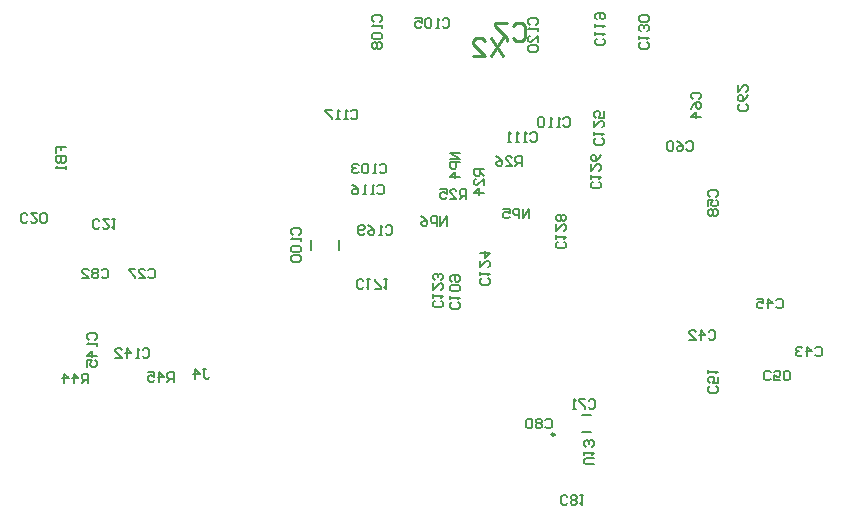
<source format=gbo>
G04*
G04 #@! TF.GenerationSoftware,Altium Limited,Altium Designer,21.5.1 (32)*
G04*
G04 Layer_Color=32896*
%FSLAX25Y25*%
%MOIN*%
G70*
G04*
G04 #@! TF.SameCoordinates,2FE26025-303F-4DC1-B2D2-7F731E1EADFF*
G04*
G04*
G04 #@! TF.FilePolarity,Positive*
G04*
G01*
G75*
%ADD10C,0.00984*%
%ADD12C,0.01000*%
%ADD13C,0.00600*%
%ADD15C,0.00787*%
D10*
X283587Y95780D02*
G03*
X283587Y95780I-492J0D01*
G01*
D12*
X269801Y232098D02*
X270801Y233098D01*
X272800D01*
X273800Y232098D01*
Y228100D01*
X272800Y227100D01*
X270801D01*
X269801Y228100D01*
X267802Y233098D02*
X263803D01*
Y232098D01*
X267802Y228100D01*
Y227100D01*
X266400Y228098D02*
X262401Y222100D01*
Y228098D02*
X266400Y222100D01*
X256403D02*
X260402D01*
X256403Y226099D01*
Y227098D01*
X257403Y228098D01*
X259402D01*
X260402Y227098D01*
D13*
X117401Y189600D02*
Y191732D01*
X119000D01*
Y190666D01*
Y191732D01*
X120599D01*
X117401Y188533D02*
X120599D01*
Y186934D01*
X120066Y186400D01*
X119533D01*
X119000Y186934D01*
Y188533D01*
Y186934D01*
X118467Y186400D01*
X117934D01*
X117401Y186934D01*
Y188533D01*
X120599Y185334D02*
Y184268D01*
Y184801D01*
X117401D01*
X117934Y185334D01*
X132633Y150566D02*
X133166Y151100D01*
X134232D01*
X134765Y150566D01*
Y148434D01*
X134232Y147900D01*
X133166D01*
X132633Y148434D01*
X131566Y150566D02*
X131033Y151100D01*
X129967D01*
X129434Y150566D01*
Y150033D01*
X129967Y149500D01*
X129434Y148967D01*
Y148434D01*
X129967Y147900D01*
X131033D01*
X131566Y148434D01*
Y148967D01*
X131033Y149500D01*
X131566Y150033D01*
Y150566D01*
X131033Y149500D02*
X129967D01*
X126235Y147900D02*
X128367D01*
X126235Y150033D01*
Y150566D01*
X126768Y151100D01*
X127834D01*
X128367Y150566D01*
X107867Y166934D02*
X107334Y166401D01*
X106268D01*
X105735Y166934D01*
Y169066D01*
X106268Y169599D01*
X107334D01*
X107867Y169066D01*
X111066Y169599D02*
X108934D01*
X111066Y167467D01*
Y166934D01*
X110533Y166401D01*
X109467D01*
X108934Y166934D01*
X112133D02*
X112666Y166401D01*
X113732D01*
X114265Y166934D01*
Y169066D01*
X113732Y169599D01*
X112666D01*
X112133Y169066D01*
Y166934D01*
X148133Y150566D02*
X148666Y151100D01*
X149732D01*
X150265Y150566D01*
Y148434D01*
X149732Y147900D01*
X148666D01*
X148133Y148434D01*
X144934Y147900D02*
X147066D01*
X144934Y150033D01*
Y150566D01*
X145467Y151100D01*
X146533D01*
X147066Y150566D01*
X143867Y151100D02*
X141735D01*
Y150566D01*
X143867Y148434D01*
Y147900D01*
X131901Y164934D02*
X131367Y164400D01*
X130301D01*
X129768Y164934D01*
Y167066D01*
X130301Y167599D01*
X131367D01*
X131901Y167066D01*
X135099Y167599D02*
X132967D01*
X135099Y165467D01*
Y164934D01*
X134566Y164400D01*
X133500D01*
X132967Y164934D01*
X136166Y167599D02*
X137232D01*
X136699D01*
Y164400D01*
X136166Y164934D01*
X296600Y85875D02*
X293934D01*
X293401Y86409D01*
Y87475D01*
X293934Y88008D01*
X296600D01*
X293401Y89074D02*
Y90141D01*
Y89607D01*
X296600D01*
X296066Y89074D01*
Y91740D02*
X296600Y92273D01*
Y93340D01*
X296066Y93873D01*
X295533D01*
X295000Y93340D01*
Y92806D01*
Y93340D01*
X294467Y93873D01*
X293934D01*
X293401Y93340D01*
Y92273D01*
X293934Y91740D01*
X219883Y144934D02*
X219350Y144401D01*
X218284D01*
X217751Y144934D01*
Y147066D01*
X218284Y147599D01*
X219350D01*
X219883Y147066D01*
X220950Y147599D02*
X222016D01*
X221483D01*
Y144401D01*
X220950Y144934D01*
X223615Y144401D02*
X225748D01*
Y144934D01*
X223615Y147066D01*
Y147599D01*
X226814D02*
X227881D01*
X227347D01*
Y144401D01*
X226814Y144934D01*
X227281Y165066D02*
X227814Y165600D01*
X228881D01*
X229414Y165066D01*
Y162934D01*
X228881Y162400D01*
X227814D01*
X227281Y162934D01*
X226215Y162400D02*
X225148D01*
X225682D01*
Y165600D01*
X226215Y165066D01*
X221416Y165600D02*
X222483Y165066D01*
X223549Y164000D01*
Y162934D01*
X223016Y162400D01*
X221950D01*
X221416Y162934D01*
Y163467D01*
X221950Y164000D01*
X223549D01*
X220350Y162934D02*
X219817Y162400D01*
X218751D01*
X218217Y162934D01*
Y165066D01*
X218751Y165600D01*
X219817D01*
X220350Y165066D01*
Y164533D01*
X219817Y164000D01*
X218217D01*
X156581Y113400D02*
Y116600D01*
X154981D01*
X154448Y116066D01*
Y115000D01*
X154981Y114467D01*
X156581D01*
X155515D02*
X154448Y113400D01*
X151782D02*
Y116600D01*
X153382Y115000D01*
X151249D01*
X148050Y116600D02*
X150183D01*
Y115000D01*
X149117Y115533D01*
X148583D01*
X148050Y115000D01*
Y113934D01*
X148583Y113400D01*
X149650D01*
X150183Y113934D01*
X128081Y112900D02*
Y116100D01*
X126481D01*
X125948Y115566D01*
Y114500D01*
X126481Y113967D01*
X128081D01*
X127015D02*
X125948Y112900D01*
X123282D02*
Y116100D01*
X124882Y114500D01*
X122749D01*
X120083Y112900D02*
Y116100D01*
X121683Y114500D01*
X119550D01*
X272581Y185400D02*
Y188600D01*
X270981D01*
X270448Y188066D01*
Y187000D01*
X270981Y186467D01*
X272581D01*
X271515D02*
X270448Y185400D01*
X267249D02*
X269382D01*
X267249Y187533D01*
Y188066D01*
X267782Y188600D01*
X268849D01*
X269382Y188066D01*
X264050Y188600D02*
X265117Y188066D01*
X266183Y187000D01*
Y185934D01*
X265650Y185400D01*
X264583D01*
X264050Y185934D01*
Y186467D01*
X264583Y187000D01*
X266183D01*
X254081Y174400D02*
Y177600D01*
X252481D01*
X251948Y177066D01*
Y176000D01*
X252481Y175467D01*
X254081D01*
X253014D02*
X251948Y174400D01*
X248749D02*
X250882D01*
X248749Y176533D01*
Y177066D01*
X249282Y177600D01*
X250349D01*
X250882Y177066D01*
X245550Y177600D02*
X247683D01*
Y176000D01*
X246617Y176533D01*
X246083D01*
X245550Y176000D01*
Y174934D01*
X246083Y174400D01*
X247150D01*
X247683Y174934D01*
X259915Y184265D02*
X256716D01*
Y182666D01*
X257249Y182133D01*
X258315D01*
X258849Y182666D01*
Y184265D01*
Y183199D02*
X259915Y182133D01*
Y178934D02*
Y181066D01*
X257782Y178934D01*
X257249D01*
X256716Y179467D01*
Y180533D01*
X257249Y181066D01*
X259915Y176268D02*
X256716D01*
X258315Y177867D01*
Y175735D01*
X247581Y165401D02*
Y168599D01*
X245448Y165401D01*
Y168599D01*
X244382Y165401D02*
Y168599D01*
X242782D01*
X242249Y168066D01*
Y167000D01*
X242782Y166467D01*
X244382D01*
X239050Y168599D02*
X240117Y168066D01*
X241183Y167000D01*
Y165934D01*
X240650Y165401D01*
X239583D01*
X239050Y165934D01*
Y166467D01*
X239583Y167000D01*
X241183D01*
X275081Y167901D02*
Y171099D01*
X272948Y167901D01*
Y171099D01*
X271882Y167901D02*
Y171099D01*
X270282D01*
X269749Y170566D01*
Y169500D01*
X270282Y168967D01*
X271882D01*
X266550Y171099D02*
X268683D01*
Y169500D01*
X267617Y170033D01*
X267083D01*
X266550Y169500D01*
Y168434D01*
X267083Y167901D01*
X268150D01*
X268683Y168434D01*
X251915Y189765D02*
X248716D01*
X251915Y187633D01*
X248716D01*
X251915Y186566D02*
X248716D01*
Y184967D01*
X249249Y184434D01*
X250315D01*
X250849Y184967D01*
Y186566D01*
X251915Y181768D02*
X248716D01*
X250315Y183367D01*
Y181235D01*
X166349Y117599D02*
X167415D01*
X166882D01*
Y114934D01*
X167415Y114400D01*
X167948D01*
X168481Y114934D01*
X163683Y114400D02*
Y117599D01*
X165282Y116000D01*
X163150D01*
X128249Y127466D02*
X127716Y127999D01*
Y129065D01*
X128249Y129598D01*
X130382D01*
X130915Y129065D01*
Y127999D01*
X130382Y127466D01*
X130915Y126399D02*
Y125333D01*
Y125866D01*
X127716D01*
X128249Y126399D01*
X130915Y122134D02*
X127716D01*
X129315Y123733D01*
Y121601D01*
X127716Y118402D02*
Y120535D01*
X129315D01*
X128782Y119468D01*
Y118935D01*
X129315Y118402D01*
X130382D01*
X130915Y118935D01*
Y120001D01*
X130382Y120535D01*
X146281Y124066D02*
X146814Y124600D01*
X147881D01*
X148414Y124066D01*
Y121934D01*
X147881Y121400D01*
X146814D01*
X146281Y121934D01*
X145215Y121400D02*
X144148D01*
X144682D01*
Y124600D01*
X145215Y124066D01*
X140949Y121400D02*
Y124600D01*
X142549Y123000D01*
X140416D01*
X137217Y121400D02*
X139350D01*
X137217Y123533D01*
Y124066D01*
X137750Y124600D01*
X138817D01*
X139350Y124066D01*
X314382Y226534D02*
X314915Y226001D01*
Y224935D01*
X314382Y224402D01*
X312249D01*
X311716Y224935D01*
Y226001D01*
X312249Y226534D01*
X311716Y227601D02*
Y228667D01*
Y228134D01*
X314915D01*
X314382Y227601D01*
Y230267D02*
X314915Y230800D01*
Y231866D01*
X314382Y232399D01*
X313849D01*
X313316Y231866D01*
Y231333D01*
Y231866D01*
X312782Y232399D01*
X312249D01*
X311716Y231866D01*
Y230800D01*
X312249Y230267D01*
X314382Y233466D02*
X314915Y233999D01*
Y235065D01*
X314382Y235598D01*
X312249D01*
X311716Y235065D01*
Y233999D01*
X312249Y233466D01*
X314382D01*
X286882Y160034D02*
X287415Y159501D01*
Y158435D01*
X286882Y157902D01*
X284749D01*
X284216Y158435D01*
Y159501D01*
X284749Y160034D01*
X284216Y161101D02*
Y162167D01*
Y161634D01*
X287415D01*
X286882Y161101D01*
X284216Y165899D02*
Y163767D01*
X286349Y165899D01*
X286882D01*
X287415Y165366D01*
Y164300D01*
X286882Y163767D01*
Y166965D02*
X287415Y167499D01*
Y168565D01*
X286882Y169098D01*
X286349D01*
X285816Y168565D01*
X285282Y169098D01*
X284749D01*
X284216Y168565D01*
Y167499D01*
X284749Y166965D01*
X285282D01*
X285816Y167499D01*
X286349Y166965D01*
X286882D01*
X285816Y167499D02*
Y168565D01*
X298382Y180034D02*
X298915Y179501D01*
Y178435D01*
X298382Y177902D01*
X296249D01*
X295716Y178435D01*
Y179501D01*
X296249Y180034D01*
X295716Y181101D02*
Y182167D01*
Y181634D01*
X298915D01*
X298382Y181101D01*
X295716Y185899D02*
Y183767D01*
X297849Y185899D01*
X298382D01*
X298915Y185366D01*
Y184300D01*
X298382Y183767D01*
X298915Y189098D02*
X298382Y188032D01*
X297316Y186966D01*
X296249D01*
X295716Y187499D01*
Y188565D01*
X296249Y189098D01*
X296782D01*
X297316Y188565D01*
Y186966D01*
X299382Y194534D02*
X299915Y194001D01*
Y192935D01*
X299382Y192402D01*
X297249D01*
X296716Y192935D01*
Y194001D01*
X297249Y194534D01*
X296716Y195601D02*
Y196667D01*
Y196134D01*
X299915D01*
X299382Y195601D01*
X296716Y200399D02*
Y198267D01*
X298849Y200399D01*
X299382D01*
X299915Y199866D01*
Y198800D01*
X299382Y198267D01*
X299915Y203598D02*
Y201466D01*
X298316D01*
X298849Y202532D01*
Y203065D01*
X298316Y203598D01*
X297249D01*
X296716Y203065D01*
Y201999D01*
X297249Y201466D01*
X261382Y147853D02*
X261915Y147320D01*
Y146254D01*
X261382Y145721D01*
X259249D01*
X258716Y146254D01*
Y147320D01*
X259249Y147853D01*
X258716Y148920D02*
Y149986D01*
Y149453D01*
X261915D01*
X261382Y148920D01*
X258716Y153718D02*
Y151585D01*
X260849Y153718D01*
X261382D01*
X261915Y153185D01*
Y152119D01*
X261382Y151585D01*
X258716Y156384D02*
X261915D01*
X260315Y154784D01*
Y156917D01*
X245882Y140353D02*
X246415Y139820D01*
Y138754D01*
X245882Y138221D01*
X243749D01*
X243216Y138754D01*
Y139820D01*
X243749Y140353D01*
X243216Y141420D02*
Y142486D01*
Y141953D01*
X246415D01*
X245882Y141420D01*
X243216Y146218D02*
Y144086D01*
X245349Y146218D01*
X245882D01*
X246415Y145685D01*
Y144619D01*
X245882Y144086D01*
Y147284D02*
X246415Y147818D01*
Y148884D01*
X245882Y149417D01*
X245349D01*
X244815Y148884D01*
Y148351D01*
Y148884D01*
X244282Y149417D01*
X243749D01*
X243216Y148884D01*
Y147818D01*
X243749Y147284D01*
X275249Y232466D02*
X274716Y232999D01*
Y234065D01*
X275249Y234598D01*
X277382D01*
X277915Y234065D01*
Y232999D01*
X277382Y232466D01*
X277915Y231399D02*
Y230333D01*
Y230866D01*
X274716D01*
X275249Y231399D01*
X277915Y226601D02*
Y228733D01*
X275782Y226601D01*
X275249D01*
X274716Y227134D01*
Y228200D01*
X275249Y228733D01*
Y225535D02*
X274716Y225001D01*
Y223935D01*
X275249Y223402D01*
X277382D01*
X277915Y223935D01*
Y225001D01*
X277382Y225535D01*
X275249D01*
X299882Y227801D02*
X300415Y227268D01*
Y226202D01*
X299882Y225668D01*
X297749D01*
X297216Y226202D01*
Y227268D01*
X297749Y227801D01*
X297216Y228867D02*
Y229934D01*
Y229400D01*
X300415D01*
X299882Y228867D01*
X297216Y231533D02*
Y232599D01*
Y232066D01*
X300415D01*
X299882Y231533D01*
X297749Y234199D02*
X297216Y234732D01*
Y235799D01*
X297749Y236332D01*
X299882D01*
X300415Y235799D01*
Y234732D01*
X299882Y234199D01*
X299349D01*
X298815Y234732D01*
Y236332D01*
X215699Y203566D02*
X216232Y204099D01*
X217298D01*
X217832Y203566D01*
Y201434D01*
X217298Y200901D01*
X216232D01*
X215699Y201434D01*
X214633Y200901D02*
X213566D01*
X214100D01*
Y204099D01*
X214633Y203566D01*
X211967Y200901D02*
X210900D01*
X211434D01*
Y204099D01*
X211967Y203566D01*
X209301Y204099D02*
X207168D01*
Y203566D01*
X209301Y201434D01*
Y200901D01*
X224515Y178566D02*
X225048Y179100D01*
X226114D01*
X226647Y178566D01*
Y176434D01*
X226114Y175900D01*
X225048D01*
X224515Y176434D01*
X223448Y175900D02*
X222382D01*
X222915D01*
Y179100D01*
X223448Y178566D01*
X220782Y175900D02*
X219716D01*
X220249D01*
Y179100D01*
X220782Y178566D01*
X215984Y179100D02*
X217050Y178566D01*
X218117Y177500D01*
Y176434D01*
X217583Y175900D01*
X216517D01*
X215984Y176434D01*
Y176967D01*
X216517Y177500D01*
X218117D01*
X275481Y196066D02*
X276014Y196599D01*
X277081D01*
X277614Y196066D01*
Y193934D01*
X277081Y193401D01*
X276014D01*
X275481Y193934D01*
X274415Y193401D02*
X273349D01*
X273882D01*
Y196599D01*
X274415Y196066D01*
X271749Y193401D02*
X270683D01*
X271216D01*
Y196599D01*
X271749Y196066D01*
X269083Y193401D02*
X268017D01*
X268550D01*
Y196599D01*
X269083Y196066D01*
X286514Y201066D02*
X287048Y201600D01*
X288114D01*
X288647Y201066D01*
Y198934D01*
X288114Y198400D01*
X287048D01*
X286514Y198934D01*
X285448Y198400D02*
X284382D01*
X284915D01*
Y201600D01*
X285448Y201066D01*
X282782Y198400D02*
X281716D01*
X282249D01*
Y201600D01*
X282782Y201066D01*
X280117D02*
X279583Y201600D01*
X278517D01*
X277984Y201066D01*
Y198934D01*
X278517Y198400D01*
X279583D01*
X280117Y198934D01*
Y201066D01*
X251382Y139853D02*
X251915Y139320D01*
Y138254D01*
X251382Y137721D01*
X249249D01*
X248716Y138254D01*
Y139320D01*
X249249Y139853D01*
X248716Y140920D02*
Y141986D01*
Y141453D01*
X251915D01*
X251382Y140920D01*
Y143586D02*
X251915Y144119D01*
Y145185D01*
X251382Y145718D01*
X249249D01*
X248716Y145185D01*
Y144119D01*
X249249Y143586D01*
X251382D01*
X249249Y146784D02*
X248716Y147318D01*
Y148384D01*
X249249Y148917D01*
X251382D01*
X251915Y148384D01*
Y147318D01*
X251382Y146784D01*
X250849D01*
X250315Y147318D01*
Y148917D01*
X223249Y233466D02*
X222716Y233999D01*
Y235065D01*
X223249Y235598D01*
X225382D01*
X225915Y235065D01*
Y233999D01*
X225382Y233466D01*
X225915Y232399D02*
Y231333D01*
Y231866D01*
X222716D01*
X223249Y232399D01*
Y229733D02*
X222716Y229200D01*
Y228134D01*
X223249Y227601D01*
X225382D01*
X225915Y228134D01*
Y229200D01*
X225382Y229733D01*
X223249D01*
Y226535D02*
X222716Y226001D01*
Y224935D01*
X223249Y224402D01*
X223782D01*
X224316Y224935D01*
X224849Y224402D01*
X225382D01*
X225915Y224935D01*
Y226001D01*
X225382Y226535D01*
X224849D01*
X224316Y226001D01*
X223782Y226535D01*
X223249D01*
X224316Y226001D02*
Y224935D01*
X246281Y234066D02*
X246814Y234599D01*
X247881D01*
X248414Y234066D01*
Y231934D01*
X247881Y231400D01*
X246814D01*
X246281Y231934D01*
X245215Y231400D02*
X244148D01*
X244682D01*
Y234599D01*
X245215Y234066D01*
X242549D02*
X242016Y234599D01*
X240950D01*
X240416Y234066D01*
Y231934D01*
X240950Y231400D01*
X242016D01*
X242549Y231934D01*
Y234066D01*
X237217Y234599D02*
X239350D01*
Y233000D01*
X238284Y233533D01*
X237751D01*
X237217Y233000D01*
Y231934D01*
X237751Y231400D01*
X238817D01*
X239350Y231934D01*
X225281Y185566D02*
X225814Y186100D01*
X226881D01*
X227414Y185566D01*
Y183434D01*
X226881Y182901D01*
X225814D01*
X225281Y183434D01*
X224215Y182901D02*
X223148D01*
X223682D01*
Y186100D01*
X224215Y185566D01*
X221549D02*
X221016Y186100D01*
X219950D01*
X219416Y185566D01*
Y183434D01*
X219950Y182901D01*
X221016D01*
X221549Y183434D01*
Y185566D01*
X218350D02*
X217817Y186100D01*
X216751D01*
X216217Y185566D01*
Y185033D01*
X216751Y184500D01*
X217284D01*
X216751D01*
X216217Y183967D01*
Y183434D01*
X216751Y182901D01*
X217817D01*
X218350Y183434D01*
X196434Y162466D02*
X195900Y162999D01*
Y164065D01*
X196434Y164598D01*
X198566D01*
X199100Y164065D01*
Y162999D01*
X198566Y162466D01*
X199100Y161399D02*
Y160333D01*
Y160866D01*
X195900D01*
X196434Y161399D01*
Y158733D02*
X195900Y158200D01*
Y157134D01*
X196434Y156601D01*
X198566D01*
X199100Y157134D01*
Y158200D01*
X198566Y158733D01*
X196434D01*
Y155534D02*
X195900Y155001D01*
Y153935D01*
X196434Y153402D01*
X198566D01*
X199100Y153935D01*
Y155001D01*
X198566Y155534D01*
X196434D01*
X287900Y72934D02*
X287367Y72400D01*
X286301D01*
X285768Y72934D01*
Y75066D01*
X286301Y75599D01*
X287367D01*
X287900Y75066D01*
X288967Y72934D02*
X289500Y72400D01*
X290566D01*
X291100Y72934D01*
Y73467D01*
X290566Y74000D01*
X291100Y74533D01*
Y75066D01*
X290566Y75599D01*
X289500D01*
X288967Y75066D01*
Y74533D01*
X289500Y74000D01*
X288967Y73467D01*
Y72934D01*
X289500Y74000D02*
X290566D01*
X292166Y75599D02*
X293232D01*
X292699D01*
Y72400D01*
X292166Y72934D01*
X280448Y100566D02*
X280981Y101100D01*
X282048D01*
X282581Y100566D01*
Y98434D01*
X282048Y97900D01*
X280981D01*
X280448Y98434D01*
X279382Y100566D02*
X278849Y101100D01*
X277782D01*
X277249Y100566D01*
Y100033D01*
X277782Y99500D01*
X277249Y98967D01*
Y98434D01*
X277782Y97900D01*
X278849D01*
X279382Y98434D01*
Y98967D01*
X278849Y99500D01*
X279382Y100033D01*
Y100566D01*
X278849Y99500D02*
X277782D01*
X276183Y100566D02*
X275650Y101100D01*
X274583D01*
X274050Y100566D01*
Y98434D01*
X274583Y97900D01*
X275650D01*
X276183Y98434D01*
Y100566D01*
X294915Y107066D02*
X295448Y107599D01*
X296515D01*
X297048Y107066D01*
Y104934D01*
X296515Y104401D01*
X295448D01*
X294915Y104934D01*
X293849Y107599D02*
X291716D01*
Y107066D01*
X293849Y104934D01*
Y104401D01*
X290650D02*
X289583D01*
X290117D01*
Y107599D01*
X290650Y107066D01*
X329749Y207633D02*
X329216Y208166D01*
Y209232D01*
X329749Y209765D01*
X331882D01*
X332415Y209232D01*
Y208166D01*
X331882Y207633D01*
X329216Y204434D02*
X329749Y205500D01*
X330816Y206566D01*
X331882D01*
X332415Y206033D01*
Y204967D01*
X331882Y204434D01*
X331349D01*
X330816Y204967D01*
Y206566D01*
X332415Y201768D02*
X329216D01*
X330816Y203367D01*
Y201235D01*
X347382Y205867D02*
X347915Y205334D01*
Y204268D01*
X347382Y203735D01*
X345249D01*
X344716Y204268D01*
Y205334D01*
X345249Y205867D01*
X347915Y209066D02*
X347382Y208000D01*
X346316Y206934D01*
X345249D01*
X344716Y207467D01*
Y208533D01*
X345249Y209066D01*
X345782D01*
X346316Y208533D01*
Y206934D01*
X344716Y212265D02*
Y210133D01*
X346849Y212265D01*
X347382D01*
X347915Y211732D01*
Y210666D01*
X347382Y210133D01*
X327448Y193066D02*
X327981Y193599D01*
X329048D01*
X329581Y193066D01*
Y190934D01*
X329048Y190401D01*
X327981D01*
X327448Y190934D01*
X324249Y193599D02*
X325315Y193066D01*
X326382Y192000D01*
Y190934D01*
X325849Y190401D01*
X324782D01*
X324249Y190934D01*
Y191467D01*
X324782Y192000D01*
X326382D01*
X323183Y193066D02*
X322650Y193599D01*
X321583D01*
X321050Y193066D01*
Y190934D01*
X321583Y190401D01*
X322650D01*
X323183Y190934D01*
Y193066D01*
X335249Y175133D02*
X334716Y175666D01*
Y176732D01*
X335249Y177265D01*
X337382D01*
X337915Y176732D01*
Y175666D01*
X337382Y175133D01*
X334716Y171934D02*
Y174066D01*
X336315D01*
X335782Y173000D01*
Y172467D01*
X336315Y171934D01*
X337382D01*
X337915Y172467D01*
Y173533D01*
X337382Y174066D01*
X335249Y170867D02*
X334716Y170334D01*
Y169268D01*
X335249Y168735D01*
X335782D01*
X336315Y169268D01*
X336849Y168735D01*
X337382D01*
X337915Y169268D01*
Y170334D01*
X337382Y170867D01*
X336849D01*
X336315Y170334D01*
X335782Y170867D01*
X335249D01*
X336315Y170334D02*
Y169268D01*
X337382Y111900D02*
X337915Y111367D01*
Y110301D01*
X337382Y109768D01*
X335249D01*
X334716Y110301D01*
Y111367D01*
X335249Y111900D01*
X337915Y115100D02*
Y112967D01*
X336315D01*
X336849Y114033D01*
Y114566D01*
X336315Y115100D01*
X335249D01*
X334716Y114566D01*
Y113500D01*
X335249Y112967D01*
X334716Y116166D02*
Y117232D01*
Y116699D01*
X337915D01*
X337382Y116166D01*
X355683Y114434D02*
X355150Y113900D01*
X354083D01*
X353550Y114434D01*
Y116566D01*
X354083Y117099D01*
X355150D01*
X355683Y116566D01*
X358882Y113900D02*
X356749D01*
Y115500D01*
X357816Y114967D01*
X358349D01*
X358882Y115500D01*
Y116566D01*
X358349Y117099D01*
X357282D01*
X356749Y116566D01*
X359948Y114434D02*
X360481Y113900D01*
X361548D01*
X362081Y114434D01*
Y116566D01*
X361548Y117099D01*
X360481D01*
X359948Y116566D01*
Y114434D01*
X357448Y140566D02*
X357981Y141100D01*
X359048D01*
X359581Y140566D01*
Y138434D01*
X359048Y137900D01*
X357981D01*
X357448Y138434D01*
X354782Y137900D02*
Y141100D01*
X356382Y139500D01*
X354249D01*
X351050Y141100D02*
X353183D01*
Y139500D01*
X352117Y140033D01*
X351583D01*
X351050Y139500D01*
Y138434D01*
X351583Y137900D01*
X352650D01*
X353183Y138434D01*
X370448Y124566D02*
X370981Y125100D01*
X372048D01*
X372581Y124566D01*
Y122434D01*
X372048Y121900D01*
X370981D01*
X370448Y122434D01*
X367782Y121900D02*
Y125100D01*
X369382Y123500D01*
X367249D01*
X366183Y124566D02*
X365650Y125100D01*
X364583D01*
X364050Y124566D01*
Y124033D01*
X364583Y123500D01*
X365117D01*
X364583D01*
X364050Y122967D01*
Y122434D01*
X364583Y121900D01*
X365650D01*
X366183Y122434D01*
X334948Y130066D02*
X335481Y130599D01*
X336548D01*
X337081Y130066D01*
Y127934D01*
X336548Y127401D01*
X335481D01*
X334948Y127934D01*
X332282Y127401D02*
Y130599D01*
X333882Y129000D01*
X331749D01*
X328550Y127401D02*
X330683D01*
X328550Y129533D01*
Y130066D01*
X329083Y130599D01*
X330150D01*
X330683Y130066D01*
D15*
X211724Y157425D02*
Y160575D01*
X202276Y157425D02*
Y160575D01*
X292741Y102453D02*
X295890D01*
X292741Y96547D02*
X295890D01*
M02*

</source>
